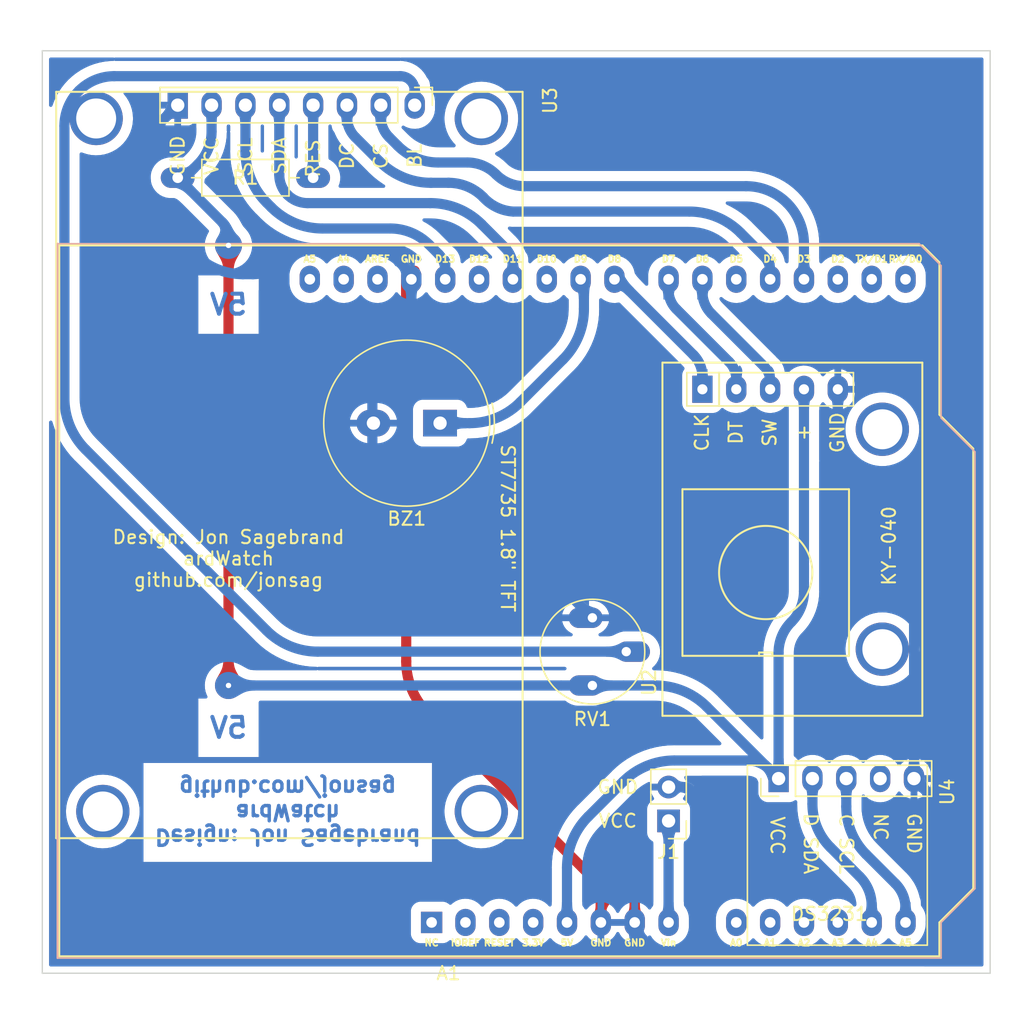
<source format=kicad_pcb>
(kicad_pcb (version 20211014) (generator pcbnew)
  (layers (0 "F.Cu" signal) (31 "B.Cu" signal) (34 "B.Paste" user) (35 "F.Paste" user) (36 "B.SilkS" user "B.Silkscreen") (37 "F.SilkS" user "F.Silkscreen") (38 "B.Mask" user) (39 "F.Mask" user) (44 "Edge.Cuts" user))
  (net 0 "")
  (net 1 "GND")
  (net 4 "VCC")
  (net 6 "+5V")
  (net 7 "BUZ")
  (net 13 "Net-(R1-Pad2)")
  (net 15 "CS")
  (net 16 "DC")
  (net 17 "SW")
  (net 18 "DT")
  (net 19 "CLK")
  (net 21 "SCL SCR")
  (net 22 "SDA SCR")
  (net 24 "SDA RTC")
  (net 27 "SCL RTC")
  (net 33 "Net-(RV1-Pad2)")
  (footprint "My_Parts:KY-040_rotary_encoder module_w_header_large" (layer "F.Cu") (at 214.63 64.135 90)
    (fp_text reference "U2")
    (fp_text value "KY-040_Rotary_Encoder" hide)
  )
  (footprint "My_Parts:DS3231_RTC_module_large" (layer "F.Cu") (at 230.505 93.345 -90)
    (fp_text reference "U4")
    (fp_text value "DS3231_RTC_module" hide)
  )
  (footprint "My_Misc:Buzzer_TDK_PS1240P02BT_D12.2mm_H6.5mm_large" (layer "F.Cu") (at 194.945 66.675 180)
    (fp_text reference "BZ1")
    (fp_text value "Buzzer")
  )
  (footprint "My_Arduino:Arduino_UNO_R3_shield_large" (layer "F.Cu") (at 229.87 55.88)
    (fp_text reference "A1")
    (fp_text value "Arduino_UNO_R3")
  )
  (footprint "My_Headers:2-pin_power_input_header" (layer "F.Cu") (at 212.09 96.52 180)
    (fp_text reference "J1")
    (fp_text value "2-pin_power_input_header" hide)
  )
  (footprint "My_Misc:R_Axial_DIN0207_L6.3mm_D2.5mm_P10.16mm_Horizontal_larger_pads" (layer "F.Cu") (at 175.26 48.26)
    (fp_text reference "R1")
    (fp_text value "10k" hide)
  )
  (footprint "My_Parts:ST7735_1.8_TFT_display_128x160_large" (layer "F.Cu") (at 193.04 42.815 -90)
    (fp_text reference "U3")
    (fp_text value "ST7735_1.8\"_TFT_128x160" hide)
  )
  (footprint "My_Misc:Potentiometer_Bourns_3339P_Vertical_large" (layer "F.Cu") (at 206.375 81.28 180)
    (fp_text reference "RV1")
    (fp_text value "Backlight")
  )
  (gr_line (start 165.1 38.735) (end 165.1 107.95) (layer "Edge.Cuts") (width 0.1))
  (gr_line (start 236.22 38.735) (end 165.1 38.735) (layer "Edge.Cuts") (width 0.1))
  (gr_line (start 165.1 107.95) (end 236.22 107.95) (layer "Edge.Cuts") (width 0.1))
  (gr_line (start 236.22 107.95) (end 236.22 38.735) (layer "Edge.Cuts") (width 0.1))
  (gr_text "5V" (at 179.07 89.535) (layer "B.Cu") (effects (font (size 1.5 1.5) (thickness 0.3)) (justify mirror)))
  (gr_text "5V" (at 179.07 57.785) (layer "B.Cu") (effects (font (size 1.5 1.5) (thickness 0.3)) (justify mirror)))
  (gr_text "Design: Jon Sagebrand\nardWatch\ngithub.com/jonsag" (at 183.515 95.885 180) (layer "B.Cu") (effects (font (size 1.143 1.143) (thickness 0.254)) (justify mirror)))
  (gr_text "Design: Jon Sagebrand\nardWatch\ngithub.com/jonsag" (at 179.07 76.835) (layer "F.SilkS") (effects (font (size 1 1))))
  (segment (start 209.139506 101.824506) (end 209.2325 101.9175) (width 0.762) (layer "F.Cu") (net 1))
  (segment (start 192.405 56.329012) (end 192.405 84.558777) (width 0.762) (layer "F.Cu") (net 1))
  (segment (start 192.7225 55.5625) (end 193.04 55.245) (width 0.762) (layer "F.Cu") (net 1))
  (segment (start 207.459012 102.420986) (end 208.055493 101.824506) (width 0.762) (layer "F.Cu") (net 1))
  (segment (start 206.047536 100.455277) (end 193.998792 88.406533) (width 0.762) (layer "F.Cu") (net 1))
  (segment (start 207.01 102.77887) (end 207.01 103.505) (width 0.762) (layer "F.Cu") (net 1))
  (segment (start 209.55 102.684012) (end 209.55 104.14) (width 0.762) (layer "F.Cu") (net 1))
  (arc (start 206.047536 100.455277) (mid 206.759863 101.52135) (end 207.01 102.77887) (width 0.762) (layer "F.Cu") (net 1))
  (arc (start 192.405 84.558777) (mid 192.819213 86.641167) (end 193.998792 88.406533) (width 0.762) (layer "F.Cu") (net 1))
  (arc (start 208.5975 101.6) (mid 208.304168 101.658347) (end 208.055493 101.824506) (width 0.762) (layer "F.Cu") (net 1))
  (arc (start 209.139506 101.824506) (mid 208.890831 101.658347) (end 208.5975 101.6) (width 0.762) (layer "F.Cu") (net 1))
  (arc (start 207.01 103.505) (mid 207.01 103.505) (end 207.01 103.505) (width 0.762) (layer "F.Cu") (net 1))
  (arc (start 209.2325 101.9175) (mid 209.467484 102.269178) (end 209.55 102.684012) (width 0.762) (layer "F.Cu") (net 1))
  (arc (start 192.7225 55.5625) (mid 192.487515 55.914178) (end 192.405 56.329012) (width 0.762) (layer "F.Cu") (net 1))
  (arc (start 207.459012 102.420986) (mid 207.126694 102.918336) (end 207.01 103.505) (width 0.762) (layer "F.Cu") (net 1))
  (segment (start 231.14 93.98) (end 230.508005 93.348005) (width 0.762) (layer "B.Cu") (net 1))
  (segment (start 228.917218 75.882218) (end 226.383792 73.348792) (width 0.762) (layer "B.Cu") (net 1))
  (segment (start 189.865 69.501036) (end 189.865 63.663287) (width 0.762) (layer "B.Cu") (net 1))
  (segment (start 230.511011 79.729974) (end 230.511011 93.334738) (width 0.762) (layer "B.Cu") (net 1))
  (segment (start 210.850815 106.68) (end 229.218433 106.68) (width 0.762) (layer "B.Cu") (net 1))
  (segment (start 174.05374 44.02126) (end 175.26 42.815) (width 0.762) (layer "B.Cu") (net 1))
  (segment (start 191.458792 73.348792) (end 192.716207 74.606207) (width 0.762) (layer "B.Cu") (net 1))
  (segment (start 180.897976 55.498511) (end 180.14926 55.498511) (width 0.762) (layer "B.Cu") (net 1))
  (segment (start 214.63 103.309167) (end 214.63 95.849244) (width 0.762) (layer "B.Cu") (net 1))
  (segment (start 172.84748 46.933429) (end 172.84748 48.038516) (width 0.762) (layer "B.Cu") (net 1))
  (segment (start 202.888792 77.793792) (end 206.375 81.28) (width 0.762) (layer "B.Cu") (net 1))
  (segment (start 214.045914 94.490892) (end 214.082511 94.527489) (width 0.762) (layer "B.Cu") (net 1))
  (segment (start 209.55 104.4575) (end 209.55 105.379184) (width 0.762) (layer "B.Cu") (net 1))
  (segment (start 199.041036 76.2) (end 196.563963 76.2) (width 0.762) (layer "B.Cu") (net 1))
  (segment (start 212.812511 93.98) (end 212.09 93.98) (width 0.762) (layer "B.Cu") (net 1))
  (segment (start 185.497032 53.59352) (end 189.405429 53.59352) (width 0.762) (layer "B.Cu") (net 1))
  (segment (start 174.441272 51.886272) (end 176.571592 54.016592) (width 0.762) (layer "B.Cu") (net 1))
  (segment (start 213.517168 105.660229) (end 213.754439 105.422959) (width 0.762) (layer "B.Cu") (net 1))
  (segment (start 210.435229 105.660229) (end 209.774506 104.999506) (width 0.762) (layer "B.Cu") (net 1))
  (segment (start 193.04 55.801301) (end 193.04 55.88) (width 0.762) (layer "B.Cu") (net 1))
  (segment (start 192.79 57.275) (end 192.79 55.88) (width 0.762) (layer "B.Cu") (net 1))
  (segment (start 191.803586 59.656413) (end 191.3275 60.1325) (width 0.762) (layer "B.Cu") (net 1))
  (segment (start 192.984351 55.666953) (end 191.975459 54.658061) (width 0.762) (layer "B.Cu") (net 1))
  (segment (start 224.79 69.501036) (end 224.79 64.135) (width 0.762) (layer "B.Cu") (net 1))
  (segment (start 231.775 95.513025) (end 231.775 104.123433) (width 0.762) (layer "B.Cu") (net 1))
  (arc (start 192.716207 74.606207) (mid 194.481572 75.785786) (end 196.563963 76.2) (width 0.762) (layer "B.Cu") (net 1))
  (arc (start 191.3275 60.1325) (mid 190.245091 61.752438) (end 189.865 63.663287) (width 0.762) (layer "B.Cu") (net 1))
  (arc (start 192.984351 55.666953) (mid 193.025537 55.728592) (end 193.04 55.801301) (width 0.762) (layer "B.Cu") (net 1))
  (arc (start 228.917218 75.882218) (mid 230.096797 77.647583) (end 230.511011 79.729974) (width 0.762) (layer "B.Cu") (net 1))
  (arc (start 231.14 93.98) (mid 231.609968 94.683357) (end 231.775 95.513025) (width 0.762) (layer "B.Cu") (net 1))
  (arc (start 231.775 104.123433) (mid 231.580392 105.101789) (end 231.026199 105.931199) (width 0.762) (layer "B.Cu") (net 1))
  (arc (start 224.79 69.501036) (mid 225.204213 71.583426) (end 226.383792 73.348792) (width 0.762) (layer "B.Cu") (net 1))
  (arc (start 231.026199 105.931199) (mid 230.196789 106.485392) (end 229.218433 106.68) (width 0.762) (layer "B.Cu") (net 1))
  (arc (start 230.508005 93.341994) (mid 230.50676 93.344999) (end 230.508005 93.348005) (width 0.762) (layer "B.Cu") (net 1))
  (arc (start 174.05374 44.02126) (mid 173.160976 45.357374) (end 172.84748 46.933429) (width 0.762) (layer "B.Cu") (net 1))
  (arc (start 189.865 69.501036) (mid 190.279213 71.583426) (end 191.458792 73.348792) (width 0.762) (layer "B.Cu") (net 1))
  (arc (start 209.55 104.4575) (mid 209.608347 104.750831) (end 209.774506 104.999506) (width 0.762) (layer "B.Cu") (net 1))
  (arc (start 210.435229 105.660229) (mid 211.142232 106.132633) (end 211.976199 106.29852) (width 0.762) (layer "B.Cu") (net 1))
  (arc (start 183.197504 54.546015) (mid 182.142471 55.250965) (end 180.897976 55.498511) (width 0.762) (layer "B.Cu") (net 1))
  (arc (start 214.045914 94.490892) (mid 213.480024 94.112776) (end 212.812511 93.98) (width 0.762) (layer "B.Cu") (net 1))
  (arc (start 209.931 106.299) (mid 210.353014 106.580981) (end 210.850815 106.68) (width 0.762) (layer "B.Cu") (net 1))
  (arc (start 172.84748 48.038516) (mid 173.261693 50.120906) (end 174.441272 51.886272) (width 0.762) (layer "B.Cu") (net 1))
  (arc (start 191.975459 54.658061) (mid 190.796319 53.870185) (end 189.405429 53.59352) (width 0.762) (layer "B.Cu") (net 1))
  (arc (start 209.55 104.4575) (mid 209.55 104.4575) (end 209.55 104.4575) (width 0.762) (layer "B.Cu") (net 1))
  (arc (start 192.79 57.275) (mid 192.533639 58.563811) (end 191.803586 59.656413) (width 0.762) (layer "B.Cu") (net 1))
  (arc (start 214.082511 94.527489) (mid 214.487712 95.133915) (end 214.63 95.849244) (width 0.762) (layer "B.Cu") (net 1))
  (arc (start 214.63 103.309167) (mid 214.402449 104.453143) (end 213.754439 105.422959) (width 0.762) (layer "B.Cu") (net 1))
  (arc (start 202.888792 77.793792) (mid 201.123426 76.614213) (end 199.041036 76.2) (width 0.762) (layer "B.Cu") (net 1))
  (arc (start 230.511011 93.334738) (mid 230.510229 93.338665) (end 230.508005 93.341994) (width 0.762) (layer "B.Cu") (net 1))
  (arc (start 176.571592 54.016592) (mid 178.21304 55.113372) (end 180.14926 55.498511) (width 0.762) (layer "B.Cu") (net 1))
  (arc (start 213.517168 105.660229) (mid 212.810165 106.132633) (end 211.976199 106.29852) (width 0.762) (layer "B.Cu") (net 1))
  (arc (start 185.497032 53.59352) (mid 184.252536 53.841065) (end 183.197504 54.546015) (width 0.762) (layer "B.Cu") (net 1))
  (arc (start 209.55 105.379184) (mid 209.649018 105.876984) (end 209.931 106.299) (width 0.762) (layer "B.Cu") (net 1))
  (segment (start 212.09 96.52) (end 212.09 104.14) (width 0.762) (layer "B.Cu") (net 4))
  (segment (start 179.07 53.34) (end 179.07 86.36) (width 0.762) (layer "F.Cu") (net 6))
  (via (at 179.07 86.36) (size 2.032) (drill 0.4) (layers "F.Cu" "B.Cu") (net 6))
  (via (at 179.07 53.34) (size 2.032) (drill 0.4) (layers "F.Cu" "B.Cu") (net 6))
  (segment (start 179.07 52.705) (end 179.07 53.34) (width 0.762) (layer "B.Cu") (net 6))
  (segment (start 219.666244 92.666244) (end 214.953792 87.953792) (width 0.762) (layer "B.Cu") (net 6))
  (segment (start 208.718144 86.36) (end 204.031856 86.36) (width 0.762) (layer "B.Cu") (net 6))
  (segment (start 178.620987 51.620987) (end 175.439605 48.439605) (width 0.762) (layer "B.Cu") (net 6))
  (segment (start 208.678717 93.581281) (end 206.063792 96.196207) (width 0.762) (layer "B.Cu") (net 6))
  (segment (start 222.25 79.297961) (end 222.25 64.135) (width 0.762) (layer "B.Cu") (net 6))
  (segment (start 176.783999 47.243999) (end 175.947605 48.080394) (width 0.762) (layer "B.Cu") (net 6))
  (segment (start 208.718144 86.36) (end 211.106036 86.36) (width 0.762) (layer "B.Cu") (net 6))
  (segment (start 204.47 100.043963) (end 204.47 103.505) (width 0.762) (layer "B.Cu") (net 6))
  (segment (start 220.345 92.385094) (end 220.345 83.897038) (width 0.762) (layer "B.Cu") (net 6))
  (segment (start 177.8 44.791159) (end 177.8 42.545) (width 0.762) (layer "B.Cu") (net 6))
  (segment (start 218.027583 91.987489) (end 212.526474 91.987489) (width 0.762) (layer "B.Cu") (net 6))
  (segment (start 204.031856 86.36) (end 179.07 86.36) (width 0.762) (layer "B.Cu") (net 6))
  (arc (start 177.8 44.791159) (mid 177.535949 46.118626) (end 176.783999 47.243999) (width 0.762) (layer "B.Cu") (net 6))
  (arc (start 221.2975 81.5975) (mid 220.592546 82.652537) (end 220.345 83.897038) (width 0.762) (layer "B.Cu") (net 6))
  (arc (start 222.25 79.297961) (mid 222.002453 80.542462) (end 221.2975 81.5975) (width 0.762) (layer "B.Cu") (net 6))
  (arc (start 219.666244 92.666244) (mid 219.666244 92.666244) (end 219.666244 92.666244) (width 0.762) (layer "B.Cu") (net 6))
  (arc (start 212.526474 91.987489) (mid 210.444083 92.401702) (end 208.678717 93.581281) (width 0.762) (layer "B.Cu") (net 6))
  (arc (start 219.666244 92.666244) (mid 218.91442 92.163891) (end 218.027583 91.987489) (width 0.762) (layer "B.Cu") (net 6))
  (arc (start 175.514 48.26) (mid 175.416798 48.324947) (end 175.439605 48.439605) (width 0.762) (layer "B.Cu") (net 6))
  (arc (start 214.953792 87.953792) (mid 213.188426 86.774213) (end 211.106036 86.36) (width 0.762) (layer "B.Cu") (net 6))
  (arc (start 220.345 92.385094) (mid 220.099551 92.752434) (end 219.666244 92.666244) (width 0.762) (layer "B.Cu") (net 6))
  (arc (start 219.666244 92.666244) (mid 220.099551 92.752434) (end 220.345 92.385094) (width 0.762) (layer "B.Cu") (net 6))
  (arc (start 178.620987 51.620987) (mid 178.953305 52.118336) (end 179.07 52.705) (width 0.762) (layer "B.Cu") (net 6))
  (arc (start 175.947605 48.080394) (mid 175.748665 48.213321) (end 175.514 48.26) (width 0.762) (layer "B.Cu") (net 6))
  (arc (start 206.063792 96.196207) (mid 204.884213 97.961572) (end 204.47 100.043963) (width 0.762) (layer "B.Cu") (net 6))
  (segment (start 200.961544 65.103455) (end 204.168455 61.896544) (width 0.762) (layer "B.Cu") (net 7))
  (segment (start 197.1675 66.675) (end 194.945 66.675) (width 0.762) (layer "B.Cu") (net 7))
  (segment (start 205.74 58.1025) (end 205.74 55.88) (width 0.762) (layer "B.Cu") (net 7))
  (arc (start 205.74 58.1025) (mid 205.331568 60.155822) (end 204.168455 61.896544) (width 0.762) (layer "B.Cu") (net 7))
  (arc (start 200.961544 65.103455) (mid 199.220822 66.266568) (end 197.1675 66.675) (width 0.762) (layer "B.Cu") (net 7))
  (segment (start 185.42 48.26) (end 185.42 42.545) (width 0.762) (layer "B.Cu") (net 13))
  (segment (start 196.991404 47.117961) (end 194.810378 47.117961) (width 0.762) (layer "B.Cu") (net 15))
  (segment (start 222.25 53.231051) (end 222.25 55.245) (width 0.762) (layer "B.Cu") (net 15))
  (segment (start 190.5 43.704) (end 190.5 42.815) (width 0.762) (layer "B.Cu") (net 15))
  (segment (start 191.128617 45.221617) (end 191.76248 45.85548) (width 0.762) (layer "B.Cu") (net 15))
  (segment (start 201.281556 48.895) (end 217.913948 48.895) (width 0.762) (layer "B.Cu") (net 15))
  (arc (start 199.13648 48.00648) (mid 198.152311 47.348879) (end 196.991404 47.117961) (width 0.762) (layer "B.Cu") (net 15))
  (arc (start 190.5 43.704) (mid 190.663372 44.525328) (end 191.128617 45.221617) (width 0.762) (layer "B.Cu") (net 15))
  (arc (start 220.98 50.165) (mid 221.919937 51.571716) (end 222.25 53.231051) (width 0.762) (layer "B.Cu") (net 15))
  (arc (start 220.98 50.165) (mid 219.573283 49.225062) (end 217.913948 48.895) (width 0.762) (layer "B.Cu") (net 15))
  (arc (start 191.76248 45.85548) (mid 193.160867 46.789852) (end 194.810378 47.117961) (width 0.762) (layer "B.Cu") (net 15))
  (arc (start 199.13648 48.00648) (mid 200.120649 48.664081) (end 201.281556 48.895) (width 0.762) (layer "B.Cu") (net 15))
  (segment (start 195.577759 48.64148) (end 194.262443 48.64148) (width 0.762) (layer "B.Cu") (net 16))
  (segment (start 188.588617 45.221617) (end 190.414687 47.047687) (width 0.762) (layer "B.Cu") (net 16))
  (segment (start 219.71 55.245) (end 219.71 55.88) (width 0.762) (layer "B.Cu") (net 16))
  (segment (start 187.96 43.704) (end 187.96 42.815) (width 0.762) (layer "B.Cu") (net 16))
  (segment (start 217.493792 52.393792) (end 219.260987 54.160987) (width 0.762) (layer "B.Cu") (net 16))
  (segment (start 213.646036 50.8) (end 200.434154 50.8) (width 0.762) (layer "B.Cu") (net 16))
  (arc (start 195.577759 48.64148) (mid 196.987879 48.921971) (end 198.183322 49.72074) (width 0.762) (layer "B.Cu") (net 16))
  (arc (start 217.493792 52.393792) (mid 215.728426 51.214213) (end 213.646036 50.8) (width 0.762) (layer "B.Cu") (net 16))
  (arc (start 187.96 43.704) (mid 188.123372 44.525328) (end 188.588617 45.221617) (width 0.762) (layer "B.Cu") (net 16))
  (arc (start 219.260987 54.160987) (mid 219.593305 54.658336) (end 219.71 55.245) (width 0.762) (layer "B.Cu") (net 16))
  (arc (start 190.414687 47.047687) (mid 192.180052 48.227266) (end 194.262443 48.64148) (width 0.762) (layer "B.Cu") (net 16))
  (arc (start 198.183322 49.72074) (mid 199.286573 50.519509) (end 200.434154 50.8) (width 0.762) (layer "B.Cu") (net 16))
  (segment (start 214.63 56.8325) (end 214.63 55.88) (width 0.762) (layer "B.Cu") (net 17))
  (segment (start 219.71 63.5) (end 219.71 64.135) (width 0.762) (layer "B.Cu") (net 17))
  (segment (start 219.260987 62.415987) (end 215.303519 58.458519) (width 0.762) (layer "B.Cu") (net 17))
  (arc (start 214.63 56.8325) (mid 214.805041 57.712495) (end 215.303519 58.458519) (width 0.762) (layer "B.Cu") (net 17))
  (arc (start 219.260987 62.415987) (mid 219.593305 62.913336) (end 219.71 63.5) (width 0.762) (layer "B.Cu") (net 17))
  (segment (start 212.09 56.705989) (end 212.09 55.88) (width 0.762) (layer "B.Cu") (net 18))
  (segment (start 212.674062 58.11604) (end 216.63153 62.073508) (width 0.762) (layer "B.Cu") (net 18))
  (segment (start 217.17 63.373489) (end 217.17 64.135) (width 0.762) (layer "B.Cu") (net 18))
  (arc (start 212.09 56.705989) (mid 212.241792 57.469103) (end 212.674062 58.11604) (width 0.762) (layer "B.Cu") (net 18))
  (arc (start 216.63153 62.073508) (mid 217.030056 62.669944) (end 217.17 63.373489) (width 0.762) (layer "B.Cu") (net 18))
  (segment (start 214.63 63.1825) (end 214.63 64.135) (width 0.762) (layer "B.Cu") (net 19))
  (segment (start 213.95648 61.55648) (end 208.28 55.88) (width 0.762) (layer "B.Cu") (net 19))
  (arc (start 213.95648 61.55648) (mid 214.454957 62.302504) (end 214.63 63.1825) (width 0.762) (layer "B.Cu") (net 19))
  (segment (start 180.34 46.282016) (end 180.34 42.815) (width 0.762) (layer "B.Cu") (net 21))
  (segment (start 194.121291 53.278709) (end 194.837647 53.995065) (width 0.762) (layer "B.Cu") (net 21))
  (segment (start 182.280227 50.476207) (end 181.933792 50.129772) (width 0.762) (layer "B.Cu") (net 21))
  (segment (start 186.127983 52.07) (end 191.203209 52.07) (width 0.762) (layer "B.Cu") (net 21))
  (segment (start 195.33 55.183709) (end 195.33 55.88) (width 0.762) (layer "B.Cu") (net 21))
  (arc (start 182.280227 50.476207) (mid 184.045592 51.655786) (end 186.127983 52.07) (width 0.762) (layer "B.Cu") (net 21))
  (arc (start 180.34 46.282016) (mid 180.754213 48.364406) (end 181.933792 50.129772) (width 0.762) (layer "B.Cu") (net 21))
  (arc (start 194.837647 53.995065) (mid 195.202041 54.540419) (end 195.33 55.183709) (width 0.762) (layer "B.Cu") (net 21))
  (arc (start 194.121291 53.278709) (mid 192.782463 52.384133) (end 191.203209 52.07) (width 0.762) (layer "B.Cu") (net 21))
  (segment (start 199.781382 53.473382) (end 198.066792 51.758792) (width 0.762) (layer "B.Cu") (net 22))
  (segment (start 185.002961 50.165) (end 194.219036 50.165) (width 0.762) (layer "B.Cu") (net 22))
  (segment (start 182.88 48.042038) (end 182.88 42.815) (width 0.762) (layer "B.Cu") (net 22))
  (segment (start 200.41 54.991) (end 200.41 55.88) (width 0.762) (layer "B.Cu") (net 22))
  (arc (start 198.066792 51.758792) (mid 196.301426 50.579213) (end 194.219036 50.165) (width 0.762) (layer "B.Cu") (net 22))
  (arc (start 182.88 48.042038) (mid 183.0416 48.85446) (end 183.501801 49.543199) (width 0.762) (layer "B.Cu") (net 22))
  (arc (start 183.501801 49.543199) (mid 184.190539 50.003399) (end 185.002961 50.165) (width 0.762) (layer "B.Cu") (net 22))
  (arc (start 199.781382 53.473382) (mid 200.246627 54.169671) (end 200.41 54.991) (width 0.762) (layer "B.Cu") (net 22))
  (segment (start 226.431974 100.701974) (end 224.232038 98.502038) (width 0.762) (layer "B.Cu") (net 24))
  (segment (start 222.885 95.25) (end 222.885 93.345) (width 0.762) (layer "B.Cu") (net 24))
  (segment (start 227.33 102.87) (end 227.33 104.14) (width 0.762) (layer "B.Cu") (net 24))
  (arc (start 226.431974 100.701974) (mid 227.09661 101.696672) (end 227.33 102.87) (width 0.762) (layer "B.Cu") (net 24))
  (arc (start 222.885 95.25) (mid 223.235083 97.00999) (end 224.232038 98.502038) (width 0.762) (layer "B.Cu") (net 24))
  (segment (start 229.10824 101.223658) (end 226.908304 99.023722) (width 0.762) (layer "B.Cu") (net 27))
  (segment (start 225.425 95.442709) (end 225.425 93.345) (width 0.762) (layer "B.Cu") (net 27))
  (segment (start 229.87 103.062709) (end 229.87 104.14) (width 0.762) (layer "B.Cu") (net 27))
  (arc (start 229.10824 101.223658) (mid 229.672025 102.067421) (end 229.87 103.062709) (width 0.762) (layer "B.Cu") (net 27))
  (arc (start 225.425 95.442709) (mid 225.810498 97.380739) (end 226.908304 99.023722) (width 0.762) (layer "B.Cu") (net 27))
  (segment (start 193.04 41.724012) (end 193.04 42.545) (width 0.762) (layer "B.Cu") (net 33))
  (segment (start 168.352781 68.657781) (end 181.921207 82.226207) (width 0.762) (layer "B.Cu") (net 33))
  (segment (start 185.768963 83.82) (end 208.915 83.82) (width 0.762) (layer "B.Cu") (net 33))
  (segment (start 170.495422 40.64) (end 191.955987 40.64) (width 0.762) (layer "B.Cu") (net 33))
  (segment (start 166.758989 44.376433) (end 166.758989 64.810025) (width 0.762) (layer "B.Cu") (net 33))
  (arc (start 170.495422 40.64) (mid 169.065551 40.924419) (end 167.853365 41.734376) (width 0.762) (layer "B.Cu") (net 33))
  (arc (start 181.921207 82.226207) (mid 183.686572 83.405786) (end 185.768963 83.82) (width 0.762) (layer "B.Cu") (net 33))
  (arc (start 166.758989 64.810025) (mid 167.173202 66.892415) (end 168.352781 68.657781) (width 0.762) (layer "B.Cu") (net 33))
  (arc (start 167.853365 41.734376) (mid 167.043408 42.946562) (end 166.758989 44.376433) (width 0.762) (layer "B.Cu") (net 33))
  (arc (start 192.7225 40.9575) (mid 192.37082 40.722515) (end 191.955987 40.64) (width 0.762) (layer "B.Cu") (net 33))
  (arc (start 192.7225 40.9575) (mid 192.957484 41.309178) (end 193.04 41.724012) (width 0.762) (layer "B.Cu") (net 33))
  (zone (net 6) (net_name "+5V") (layer "F.Cu") (priority 16962) (connect_pads yes (clearance 0)) (min_thickness 0.0254) (fill yes (thermal_gap 0.508) (thermal_bridge_width 0.508))
    (polygon (pts (xy 178.689 84.334) (xy 178.682322 84.564253) (xy 178.662886 84.758775) (xy 178.631589 84.92497) (xy 178.589324 85.070243) (xy 178.536989 85.201997) (xy 178.475479 85.327636) (xy 178.405689 85.454566) (xy 178.328515 85.590189) (xy 178.244854 85.741911) (xy 178.1556 85.917136) (xy 179.07 86.868) (xy 179.9844 85.917136) (xy 179.895145 85.741911) (xy 179.811484 85.590189) (xy 179.73431 85.454566) (xy 179.66452 85.327636) (xy 179.60301 85.201997) (xy 179.550675 85.070243) (xy 179.50841 84.92497) (xy 179.477113 84.758775) (xy 179.457677 84.564253) (xy 179.451 84.334)))
  )
  (zone (net 1) (net_name "GND") (layer "F.Cu") (priority 16962) (connect_pads yes (clearance 0)) (min_thickness 0.0254) (fill yes (thermal_gap 0.508) (thermal_bridge_width 0.508))
    (polygon (pts (xy 192.786 57.302) (xy 192.789957 57.176128) (xy 192.801978 57.066607) (xy 192.822284 56.971213) (xy 192.851097 56.887726) (xy 192.888637 56.813925) (xy 192.935127 56.747588) (xy 192.990789 56.686493) (xy 193.055844 56.628421) (xy 193.130513 56.571149) (xy 193.215019 56.512457) (xy 192.981974 55.550901) (xy 192.028 55.88) (xy 192.027888 56.038837) (xy 192.027584 56.178051) (xy 192.027135 56.303614) (xy 192.026592 56.421497) (xy 192.026 56.537674) (xy 192.025408 56.658117) (xy 192.024864 56.788799) (xy 192.024416 56.935691) (xy 192.024112 57.104767) (xy 192.024 57.302)))
  )
  (zone (net 1) (net_name "GND") (layer "F.Cu") (priority 16962) (connect_pads yes (clearance 0)) (min_thickness 0.0254) (fill yes (thermal_gap 0.508) (thermal_bridge_width 0.508))
    (polygon (pts (xy 206.925855 102.415331) (xy 206.81371 102.547948) (xy 206.740629 102.676599) (xy 206.697519 102.801602) (xy 206.675288 102.923274) (xy 206.664843 103.041934) (xy 206.657092 103.1579) (xy 206.642943 103.27149) (xy 206.613304 103.383022) (xy 206.559082 103.492814) (xy 206.471185 103.601185) (xy 207.01 104.521) (xy 207.6958 103.807852) (xy 207.643413 103.71502) (xy 207.582527 103.62682) (xy 207.51877 103.542137) (xy 207.457767 103.459855) (xy 207.405145 103.37886) (xy 207.36653 103.298036) (xy 207.347548 103.216267) (xy 207.353826 103.13244) (xy 207.390991 103.045437) (xy 207.464669 102.954145)))
  )
  (zone (net 1) (net_name "GND") (layer "F.Cu") (priority 16962) (connect_pads yes (clearance 0)) (min_thickness 0.0254) (fill yes (thermal_gap 0.508) (thermal_bridge_width 0.508))
    (polygon (pts (xy 209.169 102.618) (xy 209.166247 102.788612) (xy 209.157859 102.935123) (xy 209.143638 103.06227) (xy 209.123387 103.174787) (xy 209.096908 103.27741) (xy 209.064005 103.374874) (xy 209.024479 103.471915) (xy 208.978135 103.573268) (xy 208.924774 103.683668) (xy 208.8642 103.807852) (xy 209.55 104.521) (xy 210.2358 103.807852) (xy 210.175225 103.683668) (xy 210.121864 103.573268) (xy 210.07552 103.471915) (xy 210.035994 103.374874) (xy 210.003091 103.27741) (xy 209.976612 103.174787) (xy 209.956361 103.06227) (xy 209.94214 102.935123) (xy 209.933752 102.788612) (xy 209.931 102.618)))
  )
  (zone (net 1) (net_name "GND") (layer "F.Cu") (priority 16962) (connect_pads yes (clearance 0)) (min_thickness 0.0254) (fill yes (thermal_gap 0.508) (thermal_bridge_width 0.508))
    (polygon (pts (xy 206.629 102.618) (xy 206.626247 102.788612) (xy 206.617859 102.935123) (xy 206.603638 103.06227) (xy 206.583387 103.174787) (xy 206.556908 103.27741) (xy 206.524005 103.374874) (xy 206.484479 103.471915) (xy 206.438135 103.573268) (xy 206.384774 103.683668) (xy 206.3242 103.807852) (xy 207.01 104.521) (xy 207.6958 103.807852) (xy 207.635225 103.683668) (xy 207.581864 103.573268) (xy 207.53552 103.471915) (xy 207.495994 103.374874) (xy 207.463091 103.27741) (xy 207.436612 103.174787) (xy 207.416361 103.06227) (xy 207.40214 102.935123) (xy 207.393752 102.788612) (xy 207.391 102.618)))
  )
  (zone (net 6) (net_name "+5V") (layer "F.Cu") (priority 16962) (connect_pads yes (clearance 0)) (min_thickness 0.0254) (fill yes (thermal_gap 0.508) (thermal_bridge_width 0.508))
    (polygon (pts (xy 179.451 55.366) (xy 179.457677 55.135746) (xy 179.477113 54.941224) (xy 179.50841 54.775029) (xy 179.550675 54.629756) (xy 179.60301 54.498002) (xy 179.66452 54.372363) (xy 179.73431 54.245433) (xy 179.811484 54.10981) (xy 179.895145 53.958088) (xy 179.9844 53.782864) (xy 179.07 52.832) (xy 178.1556 53.782864) (xy 178.244854 53.958088) (xy 178.328515 54.10981) (xy 178.405689 54.245433) (xy 178.475479 54.372363) (xy 178.536989 54.498002) (xy 178.589324 54.629756) (xy 178.631589 54.775029) (xy 178.662886 54.941224) (xy 178.682322 55.135746) (xy 178.689 55.366)))
  )
  (zone (net 17) (net_name "SW") (layer "B.Cu") (priority 16962) (connect_pads yes (clearance 0)) (min_thickness 0.0254) (fill yes (thermal_gap 0.508) (thermal_bridge_width 0.508))
    (polygon (pts (xy 215.011 57.402) (xy 215.013752 57.231387) (xy 215.02214 57.084876) (xy 215.036361 56.957729) (xy 215.056612 56.845212) (xy 215.083091 56.742589) (xy 215.115994 56.645125) (xy 215.15552 56.548084) (xy 215.201864 56.446731) (xy 215.255225 56.336331) (xy 215.3158 56.212148) (xy 214.63 55.499) (xy 213.9442 56.212148) (xy 214.004774 56.336331) (xy 214.058135 56.446731) (xy 214.104479 56.548084) (xy 214.144005 56.645125) (xy 214.176908 56.742589) (xy 214.203387 56.845212) (xy 214.223638 56.957729) (xy 214.237859 57.084876) (xy 214.246247 57.231387) (xy 214.249 57.402)))
  )
  (zone (net 15) (net_name "CS") (layer "B.Cu") (priority 16962) (connect_pads yes (clearance 0)) (min_thickness 0.0254) (fill yes (thermal_gap 0.508) (thermal_bridge_width 0.508))
    (polygon (pts (xy 190.881 44.337) (xy 190.883752 44.166387) (xy 190.89214 44.019876) (xy 190.906361 43.892729) (xy 190.926612 43.780212) (xy 190.953091 43.677589) (xy 190.985994 43.580125) (xy 191.02552 43.483084) (xy 191.071864 43.381731) (xy 191.125225 43.271331) (xy 191.1858 43.147148) (xy 190.5 42.434) (xy 189.8142 43.147148) (xy 189.874774 43.271331) (xy 189.928135 43.381731) (xy 189.974479 43.483084) (xy 190.014005 43.580125) (xy 190.046908 43.677589) (xy 190.073387 43.780212) (xy 190.093638 43.892729) (xy 190.107859 44.019876) (xy 190.116247 44.166387) (xy 190.119 44.337)))
  )
  (zone (net 6) (net_name "+5V") (layer "B.Cu") (priority 16962) (connect_pads yes (clearance 0)) (min_thickness 0.0254) (fill yes (thermal_gap 0.508) (thermal_bridge_width 0.508))
    (polygon (pts (xy 178.181 44.067) (xy 178.184972 43.932925) (xy 178.196479 43.81877) (xy 178.214903 43.720572) (xy 178.239629 43.634369) (xy 178.270041 43.556199) (xy 178.30552 43.482099) (xy 178.345453 43.408106) (xy 178.389221 43.330258) (xy 178.436209 43.244593) (xy 178.4858 43.147148) (xy 177.8 42.434) (xy 177.1142 43.147148) (xy 177.16379 43.244593) (xy 177.210778 43.330258) (xy 177.254546 43.408106) (xy 177.294479 43.482099) (xy 177.329958 43.556199) (xy 177.36037 43.634369) (xy 177.385096 43.720572) (xy 177.40352 43.81877) (xy 177.415027 43.932925) (xy 177.419 44.067)))
  )
  (zone (net 1) (net_name "GND") (layer "B.Cu") (priority 16962) (connect_pads yes (clearance 0)) (min_thickness 0.0254) (fill yes (thermal_gap 0.508) (thermal_bridge_width 0.508))
    (polygon (pts (xy 193.171 57.402) (xy 193.173752 57.231387) (xy 193.18214 57.084876) (xy 193.196361 56.957729) (xy 193.216612 56.845212) (xy 193.243091 56.742589) (xy 193.275994 56.645125) (xy 193.31552 56.548084) (xy 193.361864 56.446731) (xy 193.415225 56.336331) (xy 193.4758 56.212148) (xy 192.79 55.499) (xy 192.1042 56.212148) (xy 192.164774 56.336331) (xy 192.218135 56.446731) (xy 192.264479 56.548084) (xy 192.304005 56.645125) (xy 192.336908 56.742589) (xy 192.363387 56.845212) (xy 192.383638 56.957729) (xy 192.397859 57.084876) (xy 192.406247 57.231387) (xy 192.409 57.402)))
  )
  (zone (net 1) (net_name "GND") (layer "B.Cu") (priority 16962) (connect_pads yes (clearance 0)) (min_thickness 0.0254) (fill yes (thermal_gap 0.508) (thermal_bridge_width 0.508))
    (polygon (pts (xy 210.478431 105.164615) (xy 210.399083 105.079468) (xy 210.336045 104.998919) (xy 210.288155 104.921637) (xy 210.254252 104.846289) (xy 210.233174 104.771543) (xy 210.223758 104.696067) (xy 210.224843 104.618528) (xy 210.235267 104.537595) (xy 210.253868 104.451934) (xy 210.279485 104.360215) (xy 209.49011 103.763737) (xy 209.011185 104.678815) (xy 209.119015 104.789338) (xy 209.210987 104.88862) (xy 209.291799 104.980206) (xy 209.36615 105.067637) (xy 209.438735 105.154458) (xy 209.514254 105.244213) (xy 209.597404 105.340444) (xy 209.692882 105.446695) (xy 209.805386 105.566509) (xy 209.939615 105.703431)))
  )
  (zone (net 18) (net_name "DT") (layer "B.Cu") (priority 16962) (connect_pads yes (clearance 0)) (min_thickness 0.0254) (fill yes (thermal_gap 0.508) (thermal_bridge_width 0.508))
    (polygon (pts (xy 212.471 57.402) (xy 212.473752 57.231387) (xy 212.48214 57.084876) (xy 212.496361 56.957729) (xy 212.516612 56.845212) (xy 212.543091 56.742589) (xy 212.575994 56.645125) (xy 212.61552 56.548084) (xy 212.661864 56.446731) (xy 212.715225 56.336331) (xy 212.7758 56.212148) (xy 212.09 55.499) (xy 211.4042 56.212148) (xy 211.464774 56.336331) (xy 211.518135 56.446731) (xy 211.564479 56.548084) (xy 211.604005 56.645125) (xy 211.636908 56.742589) (xy 211.663387 56.845212) (xy 211.683638 56.957729) (xy 211.697859 57.084876) (xy 211.706247 57.231387) (xy 211.709 57.402)))
  )
  (zone (net 7) (net_name "BUZ") (layer "B.Cu") (priority 16962) (connect_pads yes (clearance 0)) (min_thickness 0.0254) (fill yes (thermal_gap 0.508) (thermal_bridge_width 0.508))
    (polygon (pts (xy 206.121 57.362) (xy 206.122761 57.168035) (xy 206.127822 57.00188) (xy 206.135847 56.857659) (xy 206.146499 56.729498) (xy 206.159444 56.611523) (xy 206.174345 56.497858) (xy 206.190868 56.38263) (xy 206.208676 56.259965) (xy 206.227433 56.123986) (xy 206.246805 55.968821) (xy 205.365028 55.52008) (xy 204.951092 56.418721) (xy 205.033135 56.501905) (xy 205.105114 56.579131) (xy 205.167366 56.653562) (xy 205.220226 56.72836) (xy 205.26403 56.806689) (xy 205.299116 56.891712) (xy 205.32582 56.986591) (xy 205.344477 57.09449) (xy 205.355425 57.218572) (xy 205.359 57.362)))
  )
  (zone (net 1) (net_name "GND") (layer "B.Cu") (priority 16962) (connect_pads yes (clearance 0)) (min_thickness 0.0254) (fill yes (thermal_gap 0.508) (thermal_bridge_width 0.508))
    (polygon (pts (xy 191.694376 54.915794) (xy 191.788444 55.015056) (xy 191.864267 55.106752) (xy 191.92364 55.193108) (xy 191.968356 55.276353) (xy 192.000209 55.358713) (xy 192.020993 55.442416) (xy 192.032502 55.52969) (xy 192.03653 55.622763) (xy 192.034871 55.72386) (xy 192.029318 55.835212) (xy 192.935631 56.232068) (xy 193.296764 55.310937) (xy 193.17775 55.2068) (xy 193.07183 55.117258) (xy 192.97515 55.037733) (xy 192.883852 54.963646) (xy 192.794082 54.89042) (xy 192.701984 54.813477) (xy 192.603701 54.728239) (xy 192.495378 54.630128) (xy 192.373161 54.514567) (xy 192.233192 54.376978)))
  )
  (zone (net 21) (net_name "SCL SCR") (layer "B.Cu") (priority 16962) (connect_pads yes (clearance 0)) (min_thickness 0.0254) (fill yes (thermal_gap 0.508) (thermal_bridge_width 0.508))
    (polygon (pts (xy 194.962009 54.658242) (xy 195.038717 54.755129) (xy 195.073022 54.846366) (xy 195.071783 54.933412) (xy 195.041861 55.017725) (xy 194.990117 55.100763) (xy 194.923413 55.183983) (xy 194.848608 55.268844) (xy 194.772563 55.356804) (xy 194.70214 55.44932) (xy 194.6442 55.547852) (xy 195.33 56.261) (xy 195.868815 55.341185) (xy 195.782992 55.231457) (xy 195.735266 55.118844) (xy 195.715434 55.003391) (xy 195.713297 54.885141) (xy 195.718653 54.76414) (xy 195.721303 54.640432) (xy 195.711046 54.514062) (xy 195.67768 54.385075) (xy 195.611006 54.253515) (xy 195.500824 54.119427)))
  )
  (zone (net 1) (net_name "GND") (layer "B.Cu") (priority 16962) (connect_pads yes (clearance 0)) (min_thickness 0.0254) (fill yes (thermal_gap 0.508) (thermal_bridge_width 0.508))
    (polygon (pts (xy 213.984726 93.890889) (xy 213.839846 93.767898) (xy 213.699958 93.687423) (xy 213.564482 93.639505) (xy 213.43284 93.614181) (xy 213.304451 93.601493) (xy 213.178737 93.591479) (xy 213.055118 93.574179) (xy 212.933015 93.539633) (xy 212.811849 93.47788) (xy 212.69104 93.37896) (xy 211.665 93.98) (xy 212.460506 94.745) (xy 212.570852 94.681432) (xy 212.674252 94.606198) (xy 212.772327 94.526342) (xy 212.866697 94.44891) (xy 212.958985 94.380946) (xy 213.050811 94.329494) (xy 213.143795 94.301599) (xy 213.239559 94.304306) (xy 213.339724 94.344659) (xy 213.445911 94.429704)))
  )
  (zone (net 1) (net_name "GND") (layer "B.Cu") (connect_pads (clearance 0.508)) (min_thickness 0.254) (fill yes (thermal_gap 0.508) (thermal_bridge_width 0.508))
    (polygon (pts (xy 237.49 109.855) (xy 163.83 109.855) (xy 163.83 36.83) (xy 237.49 36.83)))
  )
  (zone (net 16) (net_name "DC") (layer "B.Cu") (priority 16962) (connect_pads yes (clearance 0)) (min_thickness 0.0254) (fill yes (thermal_gap 0.508) (thermal_bridge_width 0.508))
    (polygon (pts (xy 219.255331 54.694145) (xy 219.329008 54.785437) (xy 219.366173 54.87244) (xy 219.372451 54.956267) (xy 219.353469 55.038036) (xy 219.314854 55.11886) (xy 219.262232 55.199855) (xy 219.201229 55.282137) (xy 219.137472 55.36682) (xy 219.076586 55.45502) (xy 219.0242 55.547852) (xy 219.71 56.261) (xy 220.248815 55.341185) (xy 220.160917 55.232814) (xy 220.106695 55.123022) (xy 220.077056 55.01149) (xy 220.062907 54.8979) (xy 220.055156 54.781934) (xy 220.044711 54.663274) (xy 220.02248 54.541602) (xy 219.97937 54.416599) (xy 219.906289 54.287948) (xy 219.794145 54.155331)))
  )
  (zone (net 6) (net_name "+5V") (layer "B.Cu") (priority 16962) (connect_pads yes (clearance 0)) (min_thickness 0.0254) (fill yes (thermal_gap 0.508) (thermal_bridge_width 0.508))
    (polygon (pts (xy 176.263681 47.225503) (xy 176.16871 47.314949) (xy 176.080177 47.38667) (xy 175.996178 47.442203) (xy 175.914814 47.483085) (xy 175.834181 47.510853) (xy 175.75238 47.527045) (xy 175.667508 47.533198) (xy 175.577664 47.530849) (xy 175.480946 47.521537) (xy 175.375454 47.506798) (xy 174.895897 48.372202) (xy 175.798815 48.798815) (xy 175.912225 48.684541) (xy 176.010825 48.583599) (xy 176.099083 48.491891) (xy 176.181464 48.405319) (xy 176.262435 48.319787) (xy 176.346464 48.231197) (xy 176.438018 48.135453) (xy 176.541564 48.028456) (xy 176.661567 47.90611) (xy 176.802497 47.764319)))
  )
  (zone (net 6) (net_name "+5V") (layer "B.Cu") (priority 16962) (connect_pads yes (clearance 0)) (min_thickness 0.0254) (fill yes (thermal_gap 0.508) (thermal_bridge_width 0.508))
    (polygon (pts (xy 218.999376 92.538192) (xy 219.11807 92.660778) (xy 219.215738 92.770309) (xy 219.295589 92.870271) (xy 219.360831 92.964152) (xy 219.414673 93.05544) (xy 219.460324 93.147624) (xy 219.500994 93.244191) (xy 219.53989 93.348629) (xy 219.580223 93.464425) (xy 219.625202 93.595069) (xy 220.614407 93.614407) (xy 220.595069 92.625202) (xy 220.464425 92.580223) (xy 220.348629 92.53989) (xy 220.244191 92.500994) (xy 220.147624 92.460324) (xy 220.05544 92.414673) (xy 219.964152 92.360831) (xy 219.870271 92.295589) (xy 219.770309 92.215738) (xy 219.660778 92.11807) (xy 219.538192 91.999376)))
  )
  (zone (net 33) (net_name "Net-(RV1-Pad2)") (layer "B.Cu") (priority 16962) (connect_pads yes (clearance 0)) (min_thickness 0.0254) (fill yes (thermal_gap 0.508) (thermal_bridge_width 0.508))
    (polygon (pts (xy 207.393 84.201) (xy 207.563612 84.203752) (xy 207.710123 84.21214) (xy 207.83727 84.226361) (xy 207.949787 84.246612) (xy 208.05241 84.273091) (xy 208.149874 84.305994) (xy 208.246915 84.34552) (xy 208.348268 84.391864) (xy 208.458668 84.445225) (xy 208.582852 84.5058) (xy 209.296 83.82) (xy 208.582852 83.1342) (xy 208.458668 83.194774) (xy 208.348268 83.248135) (xy 208.246915 83.294479) (xy 208.149874 83.334005) (xy 208.05241 83.366908) (xy 207.949787 83.393387) (xy 207.83727 83.413638) (xy 207.710123 83.427859) (xy 207.563612 83.436247) (xy 207.393 83.439)))
  )
  (zone (net 16) (net_name "DC") (layer "B.Cu") (priority 16962) (connect_pads yes (clearance 0)) (min_thickness 0.0254) (fill yes (thermal_gap 0.508) (thermal_bridge_width 0.508))
    (polygon (pts (xy 188.341 44.337) (xy 188.343752 44.166387) (xy 188.35214 44.019876) (xy 188.366361 43.892729) (xy 188.386612 43.780212) (xy 188.413091 43.677589) (xy 188.445994 43.580125) (xy 188.48552 43.483084) (xy 188.531864 43.381731) (xy 188.585225 43.271331) (xy 188.6458 43.147148) (xy 187.96 42.434) (xy 187.2742 43.147148) (xy 187.334774 43.271331) (xy 187.388135 43.381731) (xy 187.434479 43.483084) (xy 187.474005 43.580125) (xy 187.506908 43.677589) (xy 187.533387 43.780212) (xy 187.553638 43.892729) (xy 187.567859 44.019876) (xy 187.576247 44.166387) (xy 187.579 44.337)))
  )
  (zone (net 19) (net_name "CLK") (layer "B.Cu") (priority 16962) (connect_pads yes (clearance 0)) (min_thickness 0.0254) (fill yes (thermal_gap 0.508) (thermal_bridge_width 0.508))
    (polygon (pts (xy 214.249 62.613) (xy 214.246247 62.783612) (xy 214.237859 62.930123) (xy 214.223638 63.05727) (xy 214.203387 63.169787) (xy 214.176908 63.27241) (xy 214.144005 63.369874) (xy 214.104479 63.466915) (xy 214.058135 63.568268) (xy 214.004774 63.678668) (xy 213.9442 63.802852) (xy 214.63 64.516) (xy 215.3158 63.802852) (xy 215.255225 63.678668) (xy 215.201864 63.568268) (xy 215.15552 63.466915) (xy 215.115994 63.369874) (xy 215.083091 63.27241) (xy 215.056612 63.169787) (xy 215.036361 63.05727) (xy 215.02214 62.930123) (xy 215.013752 62.783612) (xy 215.011 62.613)))
  )
  (zone (net 4) (net_name "VCC") (layer "B.Cu") (priority 16962) (connect_pads yes (clearance 0)) (min_thickness 0.0254) (fill yes (thermal_gap 0.508) (thermal_bridge_width 0.508))
    (polygon (pts (xy 211.709 102.618) (xy 211.706247 102.788612) (xy 211.697859 102.935123) (xy 211.683638 103.06227) (xy 211.663387 103.174787) (xy 211.636908 103.27741) (xy 211.604005 103.374874) (xy 211.564479 103.471915) (xy 211.518135 103.573268) (xy 211.464774 103.683668) (xy 211.4042 103.807852) (xy 212.09 104.521) (xy 212.7758 103.807852) (xy 212.715225 103.683668) (xy 212.661864 103.573268) (xy 212.61552 103.471915) (xy 212.575994 103.374874) (xy 212.543091 103.27741) (xy 212.516612 103.174787) (xy 212.496361 103.06227) (xy 212.48214 102.935123) (xy 212.473752 102.788612) (xy 212.471 102.618)))
  )
  (zone (net 7) (net_name "BUZ") (layer "B.Cu") (priority 16962) (connect_pads yes (clearance 0)) (min_thickness 0.0254) (fill yes (thermal_gap 0.508) (thermal_bridge_width 0.508))
    (polygon (pts (xy 196.935 66.294) (xy 196.7091 66.287552) (xy 196.518131 66.268767) (xy 196.354867 66.238484) (xy 196.212083 66.197541) (xy 196.082555 66.146778) (xy 195.959058 66.087032) (xy 195.834367 66.019143) (xy 195.701259 65.943948) (xy 195.552507 65.862288) (xy 195.380889 65.775) (xy 194.445 66.675) (xy 195.380889 67.575) (xy 195.552507 67.487711) (xy 195.701259 67.406051) (xy 195.834367 67.330856) (xy 195.959058 67.262967) (xy 196.082555 67.203221) (xy 196.212083 67.152458) (xy 196.354867 67.111515) (xy 196.518131 67.081232) (xy 196.7091 67.062447) (xy 196.935 67.056)))
  )
  (zone (net 21) (net_name "SCL SCR") (layer "B.Cu") (priority 16962) (connect_pads yes (clearance 0)) (min_thickness 0.0254) (fill yes (thermal_gap 0.508) (thermal_bridge_width 0.508))
    (polygon (pts (xy 180.721 44.337) (xy 180.723752 44.166387) (xy 180.73214 44.019876) (xy 180.746361 43.892729) (xy 180.766612 43.780212) (xy 180.793091 43.677589) (xy 180.825994 43.580125) (xy 180.86552 43.483084) (xy 180.911864 43.381731) (xy 180.965225 43.271331) (xy 181.0258 43.147148) (xy 180.34 42.434) (xy 179.6542 43.147148) (xy 179.714774 43.271331) (xy 179.768135 43.381731) (xy 179.814479 43.483084) (xy 179.854005 43.580125) (xy 179.886908 43.677589) (xy 179.913387 43.780212) (xy 179.933638 43.892729) (xy 179.947859 44.019876) (xy 179.956247 44.166387) (xy 179.959 44.337)))
  )
  (zone (net 19) (net_name "CLK") (layer "B.Cu") (priority 16962) (connect_pads yes (clearance 0)) (min_thickness 0.0254) (fill yes (thermal_gap 0.508) (thermal_bridge_width 0.508))
    (polygon (pts (xy 209.491273 56.552457) (xy 209.359692 56.418) (xy 209.249975 56.299762) (xy 209.158069 56.193854) (xy 209.079917 56.096383) (xy 209.011467 56.003459) (xy 208.948664 55.911191) (xy 208.887453 55.815686) (xy 208.823781 55.713055) (xy 208.753593 55.599406) (xy 208.672835 55.470848) (xy 207.705779 55.679897) (xy 207.952464 56.638044) (xy 208.076145 56.651112) (xy 208.186962 56.665075) (xy 208.287764 56.682284) (xy 208.381402 56.705092) (xy 208.470728 56.735852) (xy 208.558592 56.776916) (xy 208.647846 56.830638) (xy 208.741341 56.89937) (xy 208.841927 56.985464) (xy 208.952457 57.091273)))
  )
  (zone (net 6) (net_name "+5V") (layer "B.Cu") (priority 16962) (connect_pads yes (clearance 0)) (min_thickness 0.0254) (fill yes (thermal_gap 0.508) (thermal_bridge_width 0.508))
    (polygon (pts (xy 219.964 91.823) (xy 219.961247 91.993612) (xy 219.952859 92.140123) (xy 219.938638 92.26727) (xy 219.918387 92.379787) (xy 219.891908 92.48241) (xy 219.859005 92.579874) (xy 219.819479 92.676915) (xy 219.773135 92.778268) (xy 219.719774 92.888668) (xy 219.6592 93.012852) (xy 220.345 93.726) (xy 221.0308 93.012852) (xy 220.970225 92.888668) (xy 220.916864 92.778268) (xy 220.87052 92.676915) (xy 220.830994 92.579874) (xy 220.798091 92.48241) (xy 220.771612 92.379787) (xy 220.751361 92.26727) (xy 220.73714 92.140123) (xy 220.728752 91.993612) (xy 220.726 91.823)))
  )
  (zone (net 6) (net_name "+5V") (layer "B.Cu") (priority 16962) (connect_pads yes (clearance 0)) (min_thickness 0.0254) (fill yes (thermal_gap 0.508) (thermal_bridge_width 0.508))
    (polygon (pts (xy 176.605624 49.066808) (xy 176.486929 48.944221) (xy 176.389261 48.83469) (xy 176.30941 48.734728) (xy 176.244168 48.640847) (xy 176.190326 48.549559) (xy 176.144675 48.457375) (xy 176.104005 48.360808) (xy 176.065109 48.25637) (xy 176.024776 48.140574) (xy 175.979798 48.009931) (xy 174.990593 47.990593) (xy 175.009931 48.979798) (xy 175.140574 49.024776) (xy 175.25637 49.065109) (xy 175.360808 49.104005) (xy 175.457375 49.144675) (xy 175.549559 49.190326) (xy 175.640847 49.244168) (xy 175.734728 49.30941) (xy 175.83469 49.389261) (xy 175.944221 49.486929) (xy 176.066808 49.605624)))
  )
  (zone (net 6) (net_name "+5V") (layer "B.Cu") (priority 16962) (connect_pads yes (clearance 0)) (min_thickness 0.0254) (fill yes (thermal_gap 0.508) (thermal_bridge_width 0.508))
    (polygon (pts (xy 222.631 65.657) (xy 222.633752 65.486387) (xy 222.64214 65.339876) (xy 222.656361 65.212729) (xy 222.676612 65.100212) (xy 222.703091 64.997589) (xy 222.735994 64.900125) (xy 222.77552 64.803084) (xy 222.821864 64.701731) (xy 222.875225 64.591331) (xy 222.9358 64.467148) (xy 222.25 63.754) (xy 221.5642 64.467148) (xy 221.624774 64.591331) (xy 221.678135 64.701731) (xy 221.724479 64.803084) (xy 221.764005 64.900125) (xy 221.796908 64.997589) (xy 221.823387 65.100212) (xy 221.843638 65.212729) (xy 221.857859 65.339876) (xy 221.866247 65.486387) (xy 221.869 65.657)))
  )
  (zone (net 4) (net_name "VCC") (layer "B.Cu") (priority 16962) (connect_pads yes (clearance 0)) (min_thickness 0.0254) (fill yes (thermal_gap 0.508) (thermal_bridge_width 0.508))
    (polygon (pts (xy 212.471 98.21) (xy 212.47513 98.019755) (xy 212.487394 97.857527) (xy 212.507596 97.717666) (xy 212.535543 97.594525) (xy 212.57104 97.482456) (xy 212.613894 97.375811) (xy 212.663911 97.268942) (xy 212.720897 97.156199) (xy 212.784658 97.031937) (xy 212.855 96.890506) (xy 212.09 96.095) (xy 211.325 96.890506) (xy 211.395341 97.031937) (xy 211.459102 97.156199) (xy 211.516088 97.268942) (xy 211.566105 97.375811) (xy 211.608959 97.482456) (xy 211.644456 97.594525) (xy 211.672403 97.717666) (xy 211.692605 97.857527) (xy 211.704869 98.019755) (xy 211.709 98.21)))
  )
  (zone (net 1) (net_name "GND") (layer "B.Cu") (priority 16962) (connect_pads yes (clearance 0)) (min_thickness 0.0254) (fill yes (thermal_gap 0.508) (thermal_bridge_width 0.508))
    (polygon (pts (xy 209.931 105.662) (xy 209.933752 105.491387) (xy 209.94214 105.344876) (xy 209.956361 105.217729) (xy 209.976612 105.105212) (xy 210.003091 105.002589) (xy 210.035994 104.905125) (xy 210.07552 104.808084) (xy 210.121864 104.706731) (xy 210.175225 104.596331) (xy 210.2358 104.472148) (xy 209.55 103.759) (xy 208.8642 104.472148) (xy 208.924774 104.596331) (xy 208.978135 104.706731) (xy 209.024479 104.808084) (xy 209.064005 104.905125) (xy 209.096908 105.002589) (xy 209.123387 105.105212) (xy 209.143638 105.217729) (xy 209.157859 105.344876) (xy 209.166247 105.491387) (xy 209.169 105.662)))
  )
  (zone (net 33) (net_name "Net-(RV1-Pad2)") (layer "B.Cu") (priority 16962) (connect_pads yes (clearance 0)) (min_thickness 0.0254) (fill yes (thermal_gap 0.508) (thermal_bridge_width 0.508))
    (polygon (pts (xy 192.659 41.283) (xy 192.656293 41.454975) (xy 192.648022 41.602689) (xy 192.633958 41.730907) (xy 192.613874 41.844395) (xy 192.587542 41.947918) (xy 192.554735 42.046242) (xy 192.515224 42.144132) (xy 192.468784 42.246353) (xy 192.415184 42.357671) (xy 192.3542 42.482852) (xy 193.04 43.196) (xy 193.7258 42.482852) (xy 193.664815 42.357671) (xy 193.611215 42.246353) (xy 193.564775 42.144132) (xy 193.525264 42.046242) (xy 193.492457 41.947918) (xy 193.466125 41.844395) (xy 193.446041 41.730907) (xy 193.431977 41.602689) (xy 193.423706 41.454975) (xy 193.421 41.283)))
  )
  (zone (net 17) (net_name "SW") (layer "B.Cu") (priority 16962) (connect_pads yes (clearance 0)) (min_thickness 0.0254) (fill yes (thermal_gap 0.508) (thermal_bridge_width 0.508))
    (polygon (pts (xy 219.255331 62.949145) (xy 219.329008 63.040437) (xy 219.366173 63.12744) (xy 219.372451 63.211267) (xy 219.353469 63.293036) (xy 219.314854 63.37386) (xy 219.262232 63.454855) (xy 219.201229 63.537137) (xy 219.137472 63.62182) (xy 219.076586 63.71002) (xy 219.0242 63.802852) (xy 219.71 64.516) (xy 220.248815 63.596185) (xy 220.160917 63.487814) (xy 220.106695 63.378022) (xy 220.077056 63.26649) (xy 220.062907 63.1529) (xy 220.055156 63.036934) (xy 220.044711 62.918274) (xy 220.02248 62.796602) (xy 219.97937 62.671599) (xy 219.906289 62.542948) (xy 219.794145 62.410331)))
  )
  (zone (net 1) (net_name "GND") (layer "B.Cu") (priority 16962) (connect_pads yes (clearance 0)) (min_thickness 0.0254) (fill yes (thermal_gap 0.508) (thermal_bridge_width 0.508))
    (polygon (pts (xy 174.453192 44.160624) (xy 174.575778 44.041929) (xy 174.685309 43.944261) (xy 174.785271 43.86441) (xy 174.879152 43.799168) (xy 174.97044 43.745326) (xy 175.062624 43.699675) (xy 175.159191 43.659005) (xy 175.263629 43.620109) (xy 175.379425 43.579776) (xy 175.510069 43.534798) (xy 175.529407 42.545593) (xy 174.540202 42.564931) (xy 174.495223 42.695574) (xy 174.45489 42.81137) (xy 174.415994 42.915808) (xy 174.375324 43.012375) (xy 174.329673 43.104559) (xy 174.275831 43.195847) (xy 174.210589 43.289728) (xy 174.130738 43.38969) (xy 174.03307 43.499221) (xy 173.914376 43.621808)))
  )
  (zone (net 24) (net_name "SDA RTC") (layer "B.Cu") (priority 16962) (connect_pads yes (clearance 0)) (min_thickness 0.0254) (fill yes (thermal_gap 0.508) (thermal_bridge_width 0.508))
    (polygon (pts (xy 223.266 94.867) (xy 223.268752 94.696387) (xy 223.27714 94.549876) (xy 223.291361 94.422729) (xy 223.311612 94.310212) (xy 223.338091 94.207589) (xy 223.370994 94.110125) (xy 223.41052 94.013084) (xy 223.456864 93.911731) (xy 223.510225 93.801331) (xy 223.5708 93.677148) (xy 222.885 92.964) (xy 222.1992 93.677148) (xy 222.259774 93.801331) (xy 222.313135 93.911731) (xy 222.359479 94.013084) (xy 222.399005 94.110125) (xy 222.431908 94.207589) (xy 222.458387 94.310212) (xy 222.478638 94.422729) (xy 222.492859 94.549876) (xy 222.501247 94.696387) (xy 222.504 94.867)))
  )
  (zone (net 22) (net_name "SDA SCR") (layer "B.Cu") (priority 16962) (connect_pads yes (clearance 0)) (min_thickness 0.0254) (fill yes (thermal_gap 0.508) (thermal_bridge_width 0.508))
    (polygon (pts (xy 200.029 54.358) (xy 200.026247 54.528612) (xy 200.017859 54.675123) (xy 200.003638 54.80227) (xy 199.983387 54.914787) (xy 199.956908 55.01741) (xy 199.924005 55.114874) (xy 199.884479 55.211915) (xy 199.838135 55.313268) (xy 199.784774 55.423668) (xy 199.7242 55.547852) (xy 200.41 56.261) (xy 201.0958 55.547852) (xy 201.035225 55.423668) (xy 200.981864 55.313268) (xy 200.93552 55.211915) (xy 200.895994 55.114874) (xy 200.863091 55.01741) (xy 200.836612 54.914787) (xy 200.816361 54.80227) (xy 200.80214 54.675123) (xy 200.793752 54.528612) (xy 200.791 54.358)))
  )
  (zone (net 13) (net_name "Net-(R1-Pad2)") (layer "B.Cu") (priority 16962) (connect_pads yes (clearance 0)) (min_thickness 0.0254) (fill yes (thermal_gap 0.508) (thermal_bridge_width 0.508))
    (polygon (pts (xy 185.801 44.067) (xy 185.804972 43.932925) (xy 185.816479 43.81877) (xy 185.834903 43.720572) (xy 185.859629 43.634369) (xy 185.890041 43.556199) (xy 185.92552 43.482099) (xy 185.965453 43.408106) (xy 186.009221 43.330258) (xy 186.056209 43.244593) (xy 186.1058 43.147148) (xy 185.42 42.434) (xy 184.7342 43.147148) (xy 184.78379 43.244593) (xy 184.830778 43.330258) (xy 184.874546 43.408106) (xy 184.914479 43.482099) (xy 184.949958 43.556199) (xy 184.98037 43.634369) (xy 185.005096 43.720572) (xy 185.02352 43.81877) (xy 185.035027 43.932925) (xy 185.039 44.067)))
  )
  (zone (net 1) (net_name "GND") (layer "B.Cu") (priority 16962) (connect_pads yes (clearance 0)) (min_thickness 0.0254) (fill yes (thermal_gap 0.508) (thermal_bridge_width 0.508))
    (polygon (pts (xy 225.171 65.657) (xy 225.173752 65.486387) (xy 225.18214 65.339876) (xy 225.196361 65.212729) (xy 225.216612 65.100212) (xy 225.243091 64.997589) (xy 225.275994 64.900125) (xy 225.31552 64.803084) (xy 225.361864 64.701731) (xy 225.415225 64.591331) (xy 225.4758 64.467148) (xy 224.79 63.754) (xy 224.1042 64.467148) (xy 224.164774 64.591331) (xy 224.218135 64.701731) (xy 224.264479 64.803084) (xy 224.304005 64.900125) (xy 224.336908 64.997589) (xy 224.363387 65.100212) (xy 224.383638 65.212729) (xy 224.397859 65.339876) (xy 224.406247 65.486387) (xy 224.409 65.657)))
  )
  (zone (net 1) (net_name "GND") (layer "B.Cu") (priority 16962) (connect_pads yes (clearance 0)) (min_thickness 0.0254) (fill yes (thermal_gap 0.508) (thermal_bridge_width 0.508))
    (polygon (pts (xy 205.029376 80.473192) (xy 205.14807 80.595778) (xy 205.245738 80.705309) (xy 205.325589 80.805271) (xy 205.390831 80.899152) (xy 205.444673 80.99044) (xy 205.490324 81.082624) (xy 205.530994 81.179191) (xy 205.56989 81.283629) (xy 205.610223 81.399425) (xy 205.655202 81.530069) (xy 206.644407 81.549407) (xy 206.625069 80.560202) (xy 206.494425 80.515223) (xy 206.378629 80.47489) (xy 206.274191 80.435994) (xy 206.177624 80.395324) (xy 206.08544 80.349673) (xy 205.994152 80.295831) (xy 205.900271 80.230589) (xy 205.800309 80.150738) (xy 205.690778 80.05307) (xy 205.568192 79.934376)))
  )
  (zone (net 0) (net_name "") (layer "B.Cu") (connect_pads (clearance 0.508)) (min_thickness 0.254) (fill yes (thermal_gap 0.508) (thermal_bridge_width 0.508))
    (polygon (pts (xy 238.76 111.76) (xy 161.925 111.76) (xy 161.925 34.925) (xy 238.76 34.925)))
  )
  (zone (net 1) (net_name "GND") (layer "B.Cu") (priority 16962) (connect_pads yes (clearance 0)) (min_thickness 0.0254) (fill yes (thermal_gap 0.508) (thermal_bridge_width 0.508))
    (polygon (pts (xy 231.850624 94.151808) (xy 231.731929 94.029221) (xy 231.634261 93.91969) (xy 231.55441 93.819728) (xy 231.489168 93.725847) (xy 231.435326 93.634559) (xy 231.389675 93.542375) (xy 231.349005 93.445808) (xy 231.310109 93.34137) (xy 231.269776 93.225574) (xy 231.224798 93.094931) (xy 230.235593 93.075593) (xy 230.254931 94.064798) (xy 230.385574 94.109776) (xy 230.50137 94.150109) (xy 230.605808 94.189005) (xy 230.702375 94.229675) (xy 230.794559 94.275326) (xy 230.885847 94.329168) (xy 230.979728 94.39441) (xy 231.07969 94.474261) (xy 231.189221 94.571929) (xy 231.311808 94.690624)))
  )
  (zone (net 6) (net_name "+5V") (layer "B.Cu") (priority 16962) (connect_pads yes (clearance 0)) (min_thickness 0.0254) (fill yes (thermal_gap 0.508) (thermal_bridge_width 0.508))
    (polygon (pts (xy 178.258949 51.797764) (xy 178.35638 51.912144) (xy 178.417521 52.021942) (xy 178.446999 52.128507) (xy 178.449443 52.233186) (xy 178.429482 52.337327) (xy 178.391744 52.442277) (xy 178.340858 52.549386) (xy 178.281453 52.66) (xy 178.218157 52.775467) (xy 178.1556 52.897136) (xy 179.07 53.848) (xy 179.78842 52.62158) (xy 179.655184 52.477929) (xy 179.550446 52.344921) (xy 179.466368 52.219181) (xy 179.395108 52.097333) (xy 179.328829 51.976002) (xy 179.259691 51.851811) (xy 179.179855 51.721386) (xy 179.081481 51.581351) (xy 178.95673 51.42833) (xy 178.797764 51.258949)))
  )
  (zone (net 15) (net_name "CS") (layer "B.Cu") (priority 16962) (connect_pads yes (clearance 0)) (min_thickness 0.0254) (fill yes (thermal_gap 0.508) (thermal_bridge_width 0.508))
    (polygon (pts (xy 221.869 54.353) (xy 221.86627 54.524293) (xy 221.85794 54.671406) (xy 221.843798 54.799088) (xy 221.82363 54.912091) (xy 221.797225 55.015164) (xy 221.76437 55.113058) (xy 221.724852 55.210523) (xy 221.678459 55.312311) (xy 221.624979 55.42317) (xy 221.5642 55.547852) (xy 222.25 56.261) (xy 222.9358 55.547852) (xy 222.87502 55.42317) (xy 222.82154 55.312311) (xy 222.775147 55.210523) (xy 222.735629 55.113058) (xy 222.702774 55.015164) (xy 222.676369 54.912091) (xy 222.656201 54.799088) (xy 222.642059 54.671406) (xy 222.633729 54.524293) (xy 222.631 54.353)))
  )
  (zone (net 22) (net_name "SDA SCR") (layer "B.Cu") (priority 16962) (connect_pads yes (clearance 0)) (min_thickness 0.0254) (fill yes (thermal_gap 0.508) (thermal_bridge_width 0.508))
    (polygon (pts (xy 183.261 44.337) (xy 183.263752 44.166387) (xy 183.27214 44.019876) (xy 183.286361 43.892729) (xy 183.306612 43.780212) (xy 183.333091 43.677589) (xy 183.365994 43.580125) (xy 183.40552 43.483084) (xy 183.451864 43.381731) (xy 183.505225 43.271331) (xy 183.5658 43.147148) (xy 182.88 42.434) (xy 182.1942 43.147148) (xy 182.254774 43.271331) (xy 182.308135 43.381731) (xy 182.354479 43.483084) (xy 182.394005 43.580125) (xy 182.426908 43.677589) (xy 182.453387 43.780212) (xy 182.473638 43.892729) (xy 182.487859 44.019876) (xy 182.496247 44.166387) (xy 182.499 44.337)))
  )
  (zone (net 6) (net_name "+5V") (layer "B.Cu") (priority 16962) (connect_pads yes (clearance 0)) (min_thickness 0.0254) (fill yes (thermal_gap 0.508) (thermal_bridge_width 0.508))
    (polygon (pts (xy 181.096 85.979) (xy 180.865746 85.972322) (xy 180.671224 85.952886) (xy 180.505029 85.921589) (xy 180.359756 85.879324) (xy 180.228002 85.826989) (xy 180.102363 85.765479) (xy 179.975433 85.695689) (xy 179.83981 85.618515) (xy 179.688088 85.534854) (xy 179.512864 85.4456) (xy 178.562 86.36) (xy 179.512864 87.2744) (xy 179.688088 87.185145) (xy 179.83981 87.101484) (xy 179.975433 87.02431) (xy 180.102363 86.95452) (xy 180.228002 86.89301) (xy 180.359756 86.840675) (xy 180.505029 86.79841) (xy 180.671224 86.767113) (xy 180.865746 86.747677) (xy 181.096 86.741)))
  )
  (zone (net 6) (net_name "+5V") (layer "B.Cu") (priority 16962) (connect_pads yes (clearance 0)) (min_thickness 0.0254) (fill yes (thermal_gap 0.508) (thermal_bridge_width 0.508))
    (polygon (pts (xy 218.999376 92.538192) (xy 219.11807 92.660778) (xy 219.215738 92.770309) (xy 219.295589 92.870271) (xy 219.360831 92.964152) (xy 219.414673 93.05544) (xy 219.460324 93.147624) (xy 219.500994 93.244191) (xy 219.53989 93.348629) (xy 219.580223 93.464425) (xy 219.625202 93.595069) (xy 220.614407 93.614407) (xy 220.595069 92.625202) (xy 220.464425 92.580223) (xy 220.348629 92.53989) (xy 220.244191 92.500994) (xy 220.147624 92.460324) (xy 220.05544 92.414673) (xy 219.964152 92.360831) (xy 219.870271 92.295589) (xy 219.770309 92.215738) (xy 219.660778 92.11807) (xy 219.538192 91.999376)))
  )
  (zone (net 6) (net_name "+5V") (layer "B.Cu") (priority 16962) (connect_pads yes (clearance 0)) (min_thickness 0.0254) (fill yes (thermal_gap 0.508) (thermal_bridge_width 0.508))
    (polygon (pts (xy 204.089 102.613) (xy 204.08627 102.784293) (xy 204.07794 102.931406) (xy 204.063798 103.059088) (xy 204.04363 103.172091) (xy 204.017225 103.275164) (xy 203.98437 103.373058) (xy 203.944852 103.470523) (xy 203.898459 103.572311) (xy 203.844979 103.68317) (xy 203.7842 103.807852) (xy 204.47 104.521) (xy 205.1558 103.807852) (xy 205.09502 103.68317) (xy 205.04154 103.572311) (xy 204.995147 103.470523) (xy 204.955629 103.373058) (xy 204.922774 103.275164) (xy 204.896369 103.172091) (xy 204.876201 103.059088) (xy 204.862059 102.931406) (xy 204.853729 102.784293) (xy 204.851 102.613)))
  )
  (zone (net 13) (net_name "Net-(R1-Pad2)") (layer "B.Cu") (priority 16962) (connect_pads yes (clearance 0)) (min_thickness 0.0254) (fill yes (thermal_gap 0.508) (thermal_bridge_width 0.508))
    (polygon (pts (xy 185.039 46.738) (xy 185.036247 46.908612) (xy 185.027859 47.055123) (xy 185.013638 47.18227) (xy 184.993387 47.294787) (xy 184.966908 47.39741) (xy 184.934005 47.494874) (xy 184.894479 47.591915) (xy 184.848135 47.693268) (xy 184.794774 47.803668) (xy 184.7342 47.927852) (xy 185.42 48.641) (xy 186.1058 47.927852) (xy 186.045225 47.803668) (xy 185.991864 47.693268) (xy 185.94552 47.591915) (xy 185.905994 47.494874) (xy 185.873091 47.39741) (xy 185.846612 47.294787) (xy 185.826361 47.18227) (xy 185.81214 47.055123) (xy 185.803752 46.908612) (xy 185.801 46.738)))
  )
  (zone (net 27) (net_name "SCL RTC") (layer "B.Cu") (priority 16962) (connect_pads yes (clearance 0)) (min_thickness 0.0254) (fill yes (thermal_gap 0.508) (thermal_bridge_width 0.508))
    (polygon (pts (xy 229.489 102.618) (xy 229.486247 102.788612) (xy 229.477859 102.935123) (xy 229.463638 103.06227) (xy 229.443387 103.174787) (xy 229.416908 103.27741) (xy 229.384005 103.374874) (xy 229.344479 103.471915) (xy 229.298135 103.573268) (xy 229.244774 103.683668) (xy 229.1842 103.807852) (xy 229.87 104.521) (xy 230.5558 103.807852) (xy 230.495225 103.683668) (xy 230.441864 103.573268) (xy 230.39552 103.471915) (xy 230.355994 103.374874) (xy 230.323091 103.27741) (xy 230.296612 103.174787) (xy 230.276361 103.06227) (xy 230.26214 102.935123) (xy 230.253752 102.788612) (xy 230.251 102.618)))
  )
  (zone (net 27) (net_name "SCL RTC") (layer "B.Cu") (priority 16962) (connect_pads yes (clearance 0)) (min_thickness 0.0254) (fill yes (thermal_gap 0.508) (thermal_bridge_width 0.508))
    (polygon (pts (xy 225.806 94.867) (xy 225.808752 94.696387) (xy 225.81714 94.549876) (xy 225.831361 94.422729) (xy 225.851612 94.310212) (xy 225.878091 94.207589) (xy 225.910994 94.110125) (xy 225.95052 94.013084) (xy 225.996864 93.911731) (xy 226.050225 93.801331) (xy 226.1108 93.677148) (xy 225.425 92.964) (xy 224.7392 93.677148) (xy 224.799774 93.801331) (xy 224.853135 93.911731) (xy 224.899479 94.013084) (xy 224.939005 94.110125) (xy 224.971908 94.207589) (xy 224.998387 94.310212) (xy 225.018638 94.422729) (xy 225.032859 94.549876) (xy 225.041247 94.696387) (xy 225.044 94.867)))
  )
  (zone (net 1) (net_name "GND") (layer "B.Cu") (priority 16962) (connect_pads yes (clearance 0)) (min_thickness 0.0254) (fill yes (thermal_gap 0.508) (thermal_bridge_width 0.508))
    (polygon (pts (xy 230.130011 91.816989) (xy 230.127264 91.987828) (xy 230.118876 92.134572) (xy 230.104622 92.261941) (xy 230.084279 92.374654) (xy 230.057624 92.477432) (xy 230.024432 92.574994) (xy 229.98448 92.67206) (xy 229.937544 92.773349) (xy 229.883401 92.883583) (xy 229.821828 93.007481) (xy 230.502011 93.725988) (xy 231.193385 93.018244) (xy 231.133325 92.892577) (xy 231.080468 92.780907) (xy 231.034605 92.678446) (xy 230.995531 92.580408) (xy 230.963036 92.482006) (xy 230.936914 92.378453) (xy 230.916958 92.264961) (xy 230.90296 92.136744) (xy 230.894713 91.989016) (xy 230.892011 91.816989)))
  )
  (zone (net 24) (net_name "SDA RTC") (layer "B.Cu") (priority 16962) (connect_pads yes (clearance 0)) (min_thickness 0.0254) (fill yes (thermal_gap 0.508) (thermal_bridge_width 0.508))
    (polygon (pts (xy 226.949 102.618) (xy 226.946247 102.788612) (xy 226.937859 102.935123) (xy 226.923638 103.06227) (xy 226.903387 103.174787) (xy 226.876908 103.27741) (xy 226.844005 103.374874) (xy 226.804479 103.471915) (xy 226.758135 103.573268) (xy 226.704774 103.683668) (xy 226.6442 103.807852) (xy 227.33 104.521) (xy 228.0158 103.807852) (xy 227.955225 103.683668) (xy 227.901864 103.573268) (xy 227.85552 103.471915) (xy 227.815994 103.374874) (xy 227.783091 103.27741) (xy 227.756612 103.174787) (xy 227.736361 103.06227) (xy 227.72214 102.935123) (xy 227.713752 102.788612) (xy 227.711 102.618)))
  )
  (zone (net 6) (net_name "+5V") (layer "B.Cu") (priority 16962) (connect_pads yes (clearance 0)) (min_thickness 0.0254) (fill yes (thermal_gap 0.508) (thermal_bridge_width 0.508))
    (polygon (pts (xy 204.853 86.741) (xy 205.023612 86.743752) (xy 205.170123 86.75214) (xy 205.29727 86.766361) (xy 205.409787 86.786612) (xy 205.51241 86.813091) (xy 205.609874 86.845994) (xy 205.706915 86.88552) (xy 205.808268 86.931864) (xy 205.918668 86.985225) (xy 206.042852 87.0458) (xy 206.756 86.36) (xy 206.042852 85.6742) (xy 205.918668 85.734774) (xy 205.808268 85.788135) (xy 205.706915 85.834479) (xy 205.609874 85.874005) (xy 205.51241 85.906908) (xy 205.409787 85.933387) (xy 205.29727 85.953638) (xy 205.170123 85.967859) (xy 205.023612 85.976247) (xy 204.853 85.979)))
  )
  (zone (net 6) (net_name "+5V") (layer "B.Cu") (priority 16962) (connect_pads yes (clearance 0)) (min_thickness 0.0254) (fill yes (thermal_gap 0.508) (thermal_bridge_width 0.508))
    (polygon (pts (xy 207.897 85.979) (xy 207.726387 85.976247) (xy 207.579876 85.967859) (xy 207.452729 85.953638) (xy 207.340212 85.933387) (xy 207.237589 85.906908) (xy 207.140125 85.874005) (xy 207.043084 85.834479) (xy 206.941731 85.788135) (xy 206.831331 85.734774) (xy 206.707148 85.6742) (xy 205.994 86.36) (xy 206.707148 87.0458) (xy 206.831331 86.985225) (xy 206.941731 86.931864) (xy 207.043084 86.88552) (xy 207.140125 86.845994) (xy 207.237589 86.813091) (xy 207.340212 86.786612) (xy 207.452729 86.766361) (xy 207.579876 86.75214) (xy 207.726387 86.743752) (xy 207.897 86.741)))
  )
  (zone (net 18) (net_name "DT") (layer "B.Cu") (priority 16962) (connect_pads yes (clearance 0)) (min_thickness 0.0254) (fill yes (thermal_gap 0.508) (thermal_bridge_width 0.508))
    (polygon (pts (xy 216.894244 62.875037) (xy 216.974687 62.978305) (xy 217.006295 63.07419) (xy 216.997261 63.164586) (xy 216.955777 63.251388) (xy 216.890035 63.336492) (xy 216.808228 63.421792) (xy 216.718549 63.509183) (xy 216.629189 63.60056) (xy 216.548342 63.697818) (xy 216.4842 63.802852) (xy 217.17 64.516) (xy 217.708815 63.596185) (xy 217.624758 63.48457) (xy 217.583827 63.36884) (xy 217.574557 63.249338) (xy 217.585482 63.126412) (xy 217.605137 63.000404) (xy 217.622056 62.87166) (xy 217.624773 62.740525) (xy 217.601823 62.607343) (xy 217.54174 62.472461) (xy 217.433059 62.336222)))
  )
)
</source>
